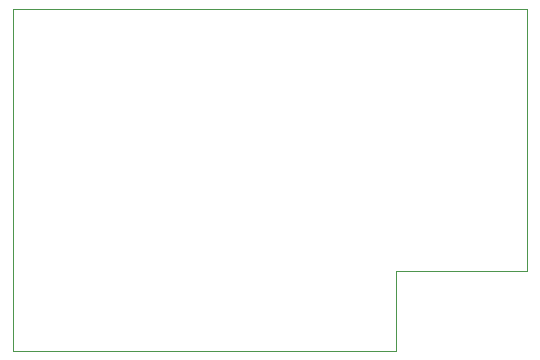
<source format=gbr>
%TF.GenerationSoftware,KiCad,Pcbnew,8.0.3*%
%TF.CreationDate,2024-06-24T08:11:51-04:00*%
%TF.ProjectId,bike_cadence_meter,62696b65-5f63-4616-9465-6e63655f6d65,rev?*%
%TF.SameCoordinates,Original*%
%TF.FileFunction,Profile,NP*%
%FSLAX46Y46*%
G04 Gerber Fmt 4.6, Leading zero omitted, Abs format (unit mm)*
G04 Created by KiCad (PCBNEW 8.0.3) date 2024-06-24 08:11:51*
%MOMM*%
%LPD*%
G01*
G04 APERTURE LIST*
%TA.AperFunction,Profile*%
%ADD10C,0.050000*%
%TD*%
G04 APERTURE END LIST*
D10*
X57200000Y-43200000D02*
X68250000Y-43200000D01*
X24750000Y-21000000D02*
X68250000Y-21000000D01*
X24750000Y-50000000D02*
X57200000Y-50000000D01*
X68250000Y-21000000D02*
X68250000Y-43200000D01*
X57200000Y-50000000D02*
X57200000Y-43200000D01*
X24750000Y-21000000D02*
X24750000Y-50000000D01*
M02*

</source>
